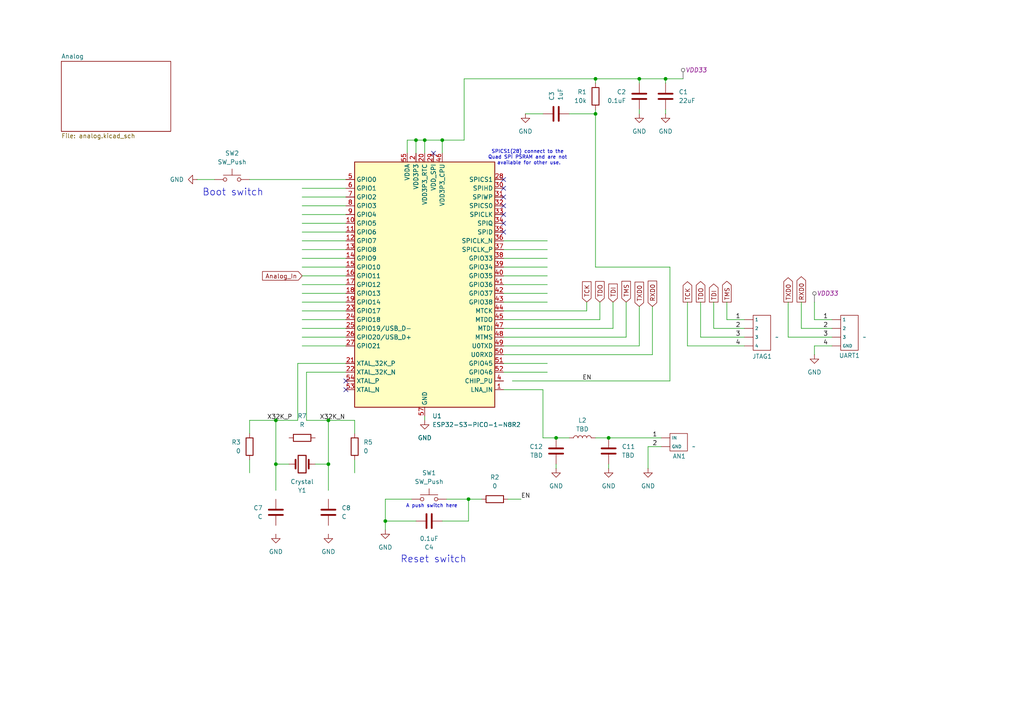
<source format=kicad_sch>
(kicad_sch (version 20231120) (generator "eeschema") (generator_version "8.0")
  (paper "A4")
  (title_block (title "Wireless ECG") (rev "0.2.0"))
  (lib_symbols
    (symbol "Device:C" (pin_numbers hide) (pin_names (offset 0.254))
      (property "Reference" "C" (at 0.635 2.54 0))
      (property "Value" "C" (at 0.635 -2.54 0))
      (symbol "C_0_1"
        (polyline (pts (xy -2.032 -0.762) (xy 2.032 -0.762)) (stroke (width 0.508)))
        (polyline (pts (xy -2.032 0.762) (xy 2.032 0.762)) (stroke (width 0.508)))
      )
      (symbol "C_1_1"
        (pin passive line (at 0 3.81 270) (length 2.794) (name "~") (number "1"))
        (pin passive line (at 0 -3.81 90) (length 2.794) (name "~") (number "2"))
      )
    )
    (symbol "Device:Crystal" (pin_numbers hide) (pin_names (offset 1.016) hide)
      (property "Reference" "Y" (at 0 3.81 0))
      (property "Value" "Crystal" (at 0 -3.81 0))
      (symbol "Crystal_0_1"
        (rectangle (start -1.143 2.54) (end 1.143 -2.54) (stroke (width 0.3048)))
        (polyline (pts (xy -2.54 0) (xy -1.905 0)))
        (polyline (pts (xy -1.905 -1.27) (xy -1.905 1.27)) (stroke (width 0.508)))
        (polyline (pts (xy 1.905 -1.27) (xy 1.905 1.27)) (stroke (width 0.508)))
        (polyline (pts (xy 2.54 0) (xy 1.905 0)))
      )
      (symbol "Crystal_1_1"
        (pin passive line (at -3.81 0 0) (length 1.27) (name "1") (number "1"))
        (pin passive line (at 3.81 0 180) (length 1.27) (name "2") (number "2"))
      )
    )
    (symbol "Device:L" (pin_numbers hide) (pin_names (offset 1.016) hide)
      (property "Reference" "L" (at -1.27 0 90))
      (property "Value" "L" (at 1.905 0 90))
      (symbol "L_0_1"
        (arc (start 0 -2.54) (mid 0.6323 -1.905) (end 0 -1.27))
        (arc (start 0 -1.27) (mid 0.6323 -0.635) (end 0 0))
        (arc (start 0 0) (mid 0.6323 0.635) (end 0 1.27))
        (arc (start 0 1.27) (mid 0.6323 1.905) (end 0 2.54))
      )
      (symbol "L_1_1"
        (pin passive line (at 0 3.81 270) (length 1.27) (name "1") (number "1"))
        (pin passive line (at 0 -3.81 90) (length 1.27) (name "2") (number "2"))
      )
    )
    (symbol "Device:R" (pin_numbers hide) (pin_names (offset 0))
      (property "Reference" "R" (at 2.032 0 90))
      (property "Value" "R" (at 0 0 90))
      (symbol "R_0_1"
        (rectangle (start -1.016 -2.54) (end 1.016 2.54) (stroke (width 0.254)))
      )
      (symbol "R_1_1"
        (pin passive line (at 0 3.81 270) (length 1.27) (name "~") (number "1"))
        (pin passive line (at 0 -3.81 90) (length 1.27) (name "~") (number "2"))
      )
    )
    (symbol "Switch:SW_Push" (pin_numbers hide) (pin_names (offset 1.016) hide)
      (property "Reference" "SW" (at 1.27 2.54 0))
      (property "Value" "SW_Push" (at 0 -1.524 0))
      (symbol "SW_Push_0_1"
        (circle (center -2.032 0) (radius 0.508))
        (polyline (pts (xy 0 1.27) (xy 0 3.048)))
        (polyline (pts (xy 2.54 1.27) (xy -2.54 1.27)))
        (circle (center 2.032 0) (radius 0.508))
        (pin passive line (at -5.08 0 0) (length 2.54) (name "1") (number "1"))
        (pin passive line (at 5.08 0 180) (length 2.54) (name "2") (number "2"))
      )
    )
    (symbol "antenna_ecg:Antenna_Blackbox"
      (property "Reference" "AN" (at 0 -4.064 0))
      (symbol "Antenna_Blackbox_1_1"
        (rectangle (start -2.54 2.54) (end 2.54 -2.54))
        (pin bidirectional line (at -5.08 -1.27 0) (length 2.54) (name "GND") (number ""))
        (pin input line (at -5.08 1.27 0) (length 2.54) (name "IN") (number ""))
      )
    )
    (symbol "esp32-s3-pico-1:ESP32-S3-PICO-1-N8R2"
      (property "Reference" "U" (at 10.16 -38.1 0))
      (property "Value" "ESP32-S3-PICO-1-N8R2" (at 13.97 -40.64 0))
      (symbol "ESP32-S3-PICO-1-N8R2_0_1"
        (rectangle (start -20.32 35.56) (end 20.32 -35.56) (stroke (width 0.254)) (fill (type background)))
      )
      (symbol "ESP32-S3-PICO-1-N8R2_1_0"
        (pin bidirectional line (at 22.86 12.7 180) (length 2.54) (name "SPICLK_N") (number "36"))
        (pin bidirectional line (at 22.86 -10.16 180) (length 2.54) (name "MTDO") (number "45"))
        (pin bidirectional line (at 22.86 -22.86 180) (length 2.54) (name "GPIO45") (number "51"))
        (pin passive line (at -5.08 38.1 270) (length 2.54) hide (name "VDDA") (number "56"))
      )
      (symbol "ESP32-S3-PICO-1-N8R2_1_1"
        (pin bidirectional line (at 22.86 -30.48 180) (length 2.54) (name "LNA_IN") (number "1"))
        (pin bidirectional line (at -22.86 17.78 0) (length 2.54) (name "GPIO5") (number "10"))
        (pin bidirectional line (at -22.86 15.24 0) (length 2.54) (name "GPIO6") (number "11"))
        (pin bidirectional line (at -22.86 12.7 0) (length 2.54) (name "GPIO7") (number "12"))
        (pin bidirectional line (at -22.86 10.16 0) (length 2.54) (name "GPIO8") (number "13"))
        (pin bidirectional line (at -22.86 7.62 0) (length 2.54) (name "GPIO9") (number "14"))
        (pin bidirectional line (at -22.86 5.08 0) (length 2.54) (name "GPIO10") (number "15"))
        (pin bidirectional line (at -22.86 2.54 0) (length 2.54) (name "GPIO11") (number "16"))
        (pin bidirectional line (at -22.86 0 0) (length 2.54) (name "GPIO12") (number "17"))
        (pin bidirectional line (at -22.86 -2.54 0) (length 2.54) (name "GPIO13") (number "18"))
        (pin bidirectional line (at -22.86 -5.08 0) (length 2.54) (name "GPIO14") (number "19"))
        (pin power_in line (at -2.54 38.1 270) (length 2.54) (name "VDD3P3") (number "2"))
        (pin power_in line (at 0 38.1 270) (length 2.54) (name "VDD3P3_RTC") (number "20"))
        (pin passive line (at -22.86 -22.86 0) (length 2.54) (name "XTAL_32K_P") (number "21"))
        (pin passive line (at -22.86 -25.4 0) (length 2.54) (name "XTAL_32K_N") (number "22"))
        (pin bidirectional line (at -22.86 -7.62 0) (length 2.54) (name "GPIO17") (number "23"))
        (pin bidirectional line (at -22.86 -10.16 0) (length 2.54) (name "GPIO18") (number "24"))
        (pin bidirectional line (at -22.86 -12.7 0) (length 2.54) (name "GPIO19/USB_D-") (number "25"))
        (pin bidirectional line (at -22.86 -15.24 0) (length 2.54) (name "GPIO20/USB_D+") (number "26"))
        (pin bidirectional line (at -22.86 -17.78 0) (length 2.54) (name "GPIO21") (number "27"))
        (pin bidirectional line (at 22.86 30.48 180) (length 2.54) (name "SPICS1") (number "28"))
        (pin power_in line (at 2.54 38.1 270) (length 2.54) (name "VDD_SPI") (number "29"))
        (pin passive line (at -2.54 38.1 270) (length 2.54) hide (name "VDD3P3") (number "3"))
        (pin bidirectional line (at 22.86 27.94 180) (length 2.54) (name "SPIHD") (number "30"))
        (pin bidirectional line (at 22.86 25.4 180) (length 2.54) (name "SPIWP") (number "31"))
        (pin bidirectional line (at 22.86 22.86 180) (length 2.54) (name "SPICS0") (number "32"))
        (pin bidirectional line (at 22.86 20.32 180) (length 2.54) (name "SPICLK") (number "33"))
        (pin bidirectional line (at 22.86 17.78 180) (length 2.54) (name "SPIQ") (number "34"))
        (pin bidirectional line (at 22.86 15.24 180) (length 2.54) (name "SPID") (number "35"))
        (pin bidirectional line (at 22.86 10.16 180) (length 2.54) (name "SPICLK_P") (number "37"))
        (pin bidirectional line (at 22.86 7.62 180) (length 2.54) (name "GPIO33") (number "38"))
        (pin bidirectional line (at 22.86 5.08 180) (length 2.54) (name "GPIO34") (number "39"))
        (pin input line (at 22.86 -27.94 180) (length 2.54) (name "CHIP_PU") (number "4"))
        (pin bidirectional line (at 22.86 2.54 180) (length 2.54) (name "GPIO35") (number "40"))
        (pin bidirectional line (at 22.86 0 180) (length 2.54) (name "GPIO36") (number "41"))
        (pin bidirectional line (at 22.86 -2.54 180) (length 2.54) (name "GPIO37") (number "42"))
        (pin bidirectional line (at 22.86 -5.08 180) (length 2.54) (name "GPIO38") (number "43"))
        (pin bidirectional line (at 22.86 -7.62 180) (length 2.54) (name "MTCK") (number "44"))
        (pin power_in line (at 5.08 38.1 270) (length 2.54) (name "VDD3P3_CPU") (number "46"))
        (pin bidirectional line (at 22.86 -12.7 180) (length 2.54) (name "MTDI") (number "47"))
        (pin bidirectional line (at 22.86 -15.24 180) (length 2.54) (name "MTMS") (number "48"))
        (pin bidirectional line (at 22.86 -17.78 180) (length 2.54) (name "U0TXD") (number "49"))
        (pin bidirectional line (at -22.86 30.48 0) (length 2.54) (name "GPIO0") (number "5"))
        (pin bidirectional line (at 22.86 -20.32 180) (length 2.54) (name "U0RXD") (number "50"))
        (pin bidirectional line (at 22.86 -25.4 180) (length 2.54) (name "GPIO46") (number "52"))
        (pin output line (at -22.86 -30.48 0) (length 2.54) (name "XTAL_N") (number "53"))
        (pin input line (at -22.86 -27.94 0) (length 2.54) (name "XTAL_P") (number "54"))
        (pin power_in line (at -5.08 38.1 270) (length 2.54) (name "VDDA") (number "55"))
        (pin power_in line (at 0 -38.1 90) (length 2.54) (name "GND") (number "57"))
        (pin bidirectional line (at -22.86 27.94 0) (length 2.54) (name "GPIO1") (number "6"))
        (pin bidirectional line (at -22.86 25.4 0) (length 2.54) (name "GPIO2") (number "7"))
        (pin bidirectional line (at -22.86 22.86 0) (length 2.54) (name "GPIO3") (number "8"))
        (pin bidirectional line (at -22.86 20.32 0) (length 2.54) (name "GPIO4") (number "9"))
      )
    )
    (symbol "jtag:JTAG_Blackbox"
      (property "Reference" "JTAG" (at 0 -6.604 0))
      (symbol "JTAG_Blackbox_1_1"
        (rectangle (start -2.54 5.08) (end 2.54 -5.08))
        (pin bidirectional line (at -5.08 3.81 0) (length 2.54) (name "1") (number ""))
        (pin bidirectional line (at -5.08 1.27 0) (length 2.54) (name "2") (number ""))
        (pin bidirectional line (at -5.08 -1.27 0) (length 2.54) (name "3") (number ""))
        (pin bidirectional line (at -5.08 -3.81 0) (length 2.54) (name "4") (number ""))
      )
    )
    (symbol "power:GND" (power) (pin_numbers hide) (pin_names (offset 0) hide)
      (property "Value" "GND" (at 0 -3.81 0))
      (symbol "GND_0_1"
        (polyline (pts (xy 0 0) (xy 0 -1.27) (xy 1.27 -1.27) (xy 0 -2.54) (xy -1.27 -1.27) (xy 0 -1.27)))
      )
      (symbol "GND_1_1"
        (pin power_in line (at 0 0 270) (length 0) (name "~") (number "1"))
      )
    )
    (symbol "uart:UART_Blackbox"
      (property "Reference" "UART" (at 0 -6.35 0))
      (symbol "UART_Blackbox_1_1"
        (rectangle (start -2.54 5.08) (end 2.54 -5.08))
        (pin bidirectional line (at -5.08 3.81 0) (length 2.54) (name "1") (number ""))
        (pin bidirectional line (at -5.08 1.27 0) (length 2.54) (name "2") (number ""))
        (pin bidirectional line (at -5.08 -1.27 0) (length 2.54) (name "3") (number ""))
        (pin bidirectional line (at -5.08 -3.81 0) (length 2.54) (name "GND") (number ""))
      )
    )
  )
  (junction (at 172.72 22.86))
  (junction (at 120.65 40.64))
  (junction (at 193.04 22.86))
  (junction (at 123.19 40.64))
  (junction (at 80.01 121.92))
  (junction (at 95.25 134.62))
  (junction (at 111.76 151.13))
  (junction (at 172.72 33.02))
  (junction (at 161.29 127))
  (junction (at 185.42 22.86))
  (junction (at 128.27 40.64))
  (junction (at 176.53 127))
  (junction (at 95.25 121.92))
  (junction (at 135.89 144.78))
  (junction (at 80.01 134.62))
  (no_connect (at 146.05 54.61))
  (no_connect (at 146.05 59.69))
  (no_connect (at 100.33 113.03))
  (no_connect (at 146.05 62.23))
  (no_connect (at 146.05 67.31))
  (no_connect (at 100.33 110.49))
  (no_connect (at 146.05 57.15))
  (no_connect (at 146.05 52.07))
  (no_connect (at 125.73 44.45))
  (no_connect (at 146.05 64.77))
  (wire (pts (xy 146.05 90.17) (xy 170.18 90.17)))
  (wire (pts (xy 123.19 121.92) (xy 123.19 120.65)))
  (wire (pts (xy 80.01 134.62) (xy 80.01 142.24)))
  (wire (pts (xy 80.01 121.92) (xy 80.01 134.62)))
  (wire (pts (xy 87.63 72.39) (xy 100.33 72.39)))
  (wire (pts (xy 87.63 80.01) (xy 100.33 80.01)))
  (wire (pts (xy 236.22 100.33) (xy 241.3 100.33)))
  (wire (pts (xy 80.01 134.62) (xy 83.82 134.62)))
  (wire (pts (xy 146.05 100.33) (xy 185.42 100.33)))
  (wire (pts (xy 111.76 144.78) (xy 119.38 144.78)))
  (wire (pts (xy 193.04 22.86) (xy 198.12 22.86)))
  (wire (pts (xy 241.3 92.71) (xy 236.22 92.71)))
  (wire (pts (xy 146.05 69.85) (xy 158.75 69.85)))
  (wire (pts (xy 170.18 87.63) (xy 170.18 90.17)))
  (wire (pts (xy 207.01 95.25) (xy 215.9 95.25)))
  (wire (pts (xy 87.63 59.69) (xy 100.33 59.69)))
  (wire (pts (xy 193.04 24.13) (xy 193.04 22.86)))
  (wire (pts (xy 134.62 22.86) (xy 134.62 40.64)))
  (wire (pts (xy 72.39 133.35) (xy 72.39 137.16)))
  (wire (pts (xy 172.72 24.13) (xy 172.72 22.86)))
  (wire (pts (xy 146.05 80.01) (xy 158.75 80.01)))
  (wire (pts (xy 111.76 144.78) (xy 111.76 151.13)))
  (wire (pts (xy 135.89 144.78) (xy 139.7 144.78)))
  (wire (pts (xy 199.39 100.33) (xy 199.39 87.63)))
  (wire (pts (xy 207.01 87.63) (xy 207.01 95.25)))
  (wire (pts (xy 181.61 87.63) (xy 181.61 97.79)))
  (wire (pts (xy 86.36 105.41) (xy 86.36 121.92)))
  (wire (pts (xy 146.05 85.09) (xy 158.75 85.09)))
  (wire (pts (xy 187.96 129.54) (xy 191.77 129.54)))
  (wire (pts (xy 120.65 40.64) (xy 120.65 44.45)))
  (wire (pts (xy 134.62 40.64) (xy 128.27 40.64)))
  (wire (pts (xy 135.89 151.13) (xy 135.89 144.78)))
  (wire (pts (xy 215.9 97.79) (xy 203.2 97.79)))
  (wire (pts (xy 232.41 95.25) (xy 241.3 95.25)))
  (wire (pts (xy 161.29 127) (xy 165.1 127)))
  (wire (pts (xy 87.63 87.63) (xy 100.33 87.63)))
  (wire (pts (xy 91.44 134.62) (xy 95.25 134.62)))
  (wire (pts (xy 146.05 74.93) (xy 158.75 74.93)))
  (wire (pts (xy 87.63 64.77) (xy 100.33 64.77)))
  (wire (pts (xy 172.72 127) (xy 176.53 127)))
  (wire (pts (xy 185.42 22.86) (xy 185.42 24.13)))
  (wire (pts (xy 88.9 121.92) (xy 95.25 121.92)))
  (wire (pts (xy 157.48 127) (xy 161.29 127)))
  (wire (pts (xy 72.39 52.07) (xy 100.33 52.07)))
  (wire (pts (xy 146.05 92.71) (xy 173.99 92.71)))
  (wire (pts (xy 87.63 82.55) (xy 100.33 82.55)))
  (wire (pts (xy 161.29 135.89) (xy 161.29 134.62)))
  (wire (pts (xy 87.63 90.17) (xy 100.33 90.17)))
  (wire (pts (xy 146.05 95.25) (xy 177.8 95.25)))
  (wire (pts (xy 215.9 92.71) (xy 210.82 92.71)))
  (wire (pts (xy 165.1 33.02) (xy 172.72 33.02)))
  (wire (pts (xy 210.82 87.63) (xy 210.82 92.71)))
  (wire (pts (xy 95.25 121.92) (xy 95.25 134.62)))
  (wire (pts (xy 87.63 54.61) (xy 100.33 54.61)))
  (wire (pts (xy 87.63 67.31) (xy 100.33 67.31)))
  (wire (pts (xy 118.11 40.64) (xy 120.65 40.64)))
  (wire (pts (xy 95.25 142.24) (xy 95.25 134.62)))
  (wire (pts (xy 228.6 87.63) (xy 228.6 97.79)))
  (wire (pts (xy 185.42 100.33) (xy 185.42 88.9)))
  (wire (pts (xy 236.22 100.33) (xy 236.22 102.87)))
  (wire (pts (xy 146.05 82.55) (xy 158.75 82.55)))
  (wire (pts (xy 128.27 151.13) (xy 135.89 151.13)))
  (wire (pts (xy 129.54 144.78) (xy 135.89 144.78)))
  (wire (pts (xy 203.2 87.63) (xy 203.2 97.79)))
  (wire (pts (xy 80.01 121.92) (xy 86.36 121.92)))
  (wire (pts (xy 236.22 87.63) (xy 236.22 92.71)))
  (wire (pts (xy 176.53 127) (xy 191.77 127)))
  (wire (pts (xy 152.4 33.02) (xy 157.48 33.02)))
  (wire (pts (xy 134.62 22.86) (xy 172.72 22.86)))
  (wire (pts (xy 87.63 100.33) (xy 100.33 100.33)))
  (wire (pts (xy 199.39 100.33) (xy 215.9 100.33)))
  (wire (pts (xy 102.87 133.35) (xy 102.87 137.16)))
  (wire (pts (xy 172.72 33.02) (xy 172.72 77.47)))
  (wire (pts (xy 146.05 87.63) (xy 158.75 87.63)))
  (wire (pts (xy 173.99 87.63) (xy 173.99 92.71)))
  (wire (pts (xy 241.3 97.79) (xy 228.6 97.79)))
  (wire (pts (xy 172.72 77.47) (xy 194.31 77.47)))
  (wire (pts (xy 87.63 97.79) (xy 100.33 97.79)))
  (wire (pts (xy 185.42 22.86) (xy 193.04 22.86)))
  (wire (pts (xy 128.27 40.64) (xy 128.27 44.45)))
  (wire (pts (xy 232.41 87.63) (xy 232.41 95.25)))
  (wire (pts (xy 87.63 62.23) (xy 100.33 62.23)))
  (wire (pts (xy 118.11 44.45) (xy 118.11 40.64)))
  (wire (pts (xy 111.76 151.13) (xy 111.76 153.67)))
  (wire (pts (xy 146.05 105.41) (xy 158.75 105.41)))
  (wire (pts (xy 146.05 77.47) (xy 158.75 77.47)))
  (wire (pts (xy 157.48 113.03) (xy 157.48 127)))
  (wire (pts (xy 72.39 121.92) (xy 72.39 125.73)))
  (wire (pts (xy 189.23 102.87) (xy 189.23 88.9)))
  (wire (pts (xy 147.32 144.78) (xy 151.13 144.78)))
  (wire (pts (xy 172.72 22.86) (xy 185.42 22.86)))
  (wire (pts (xy 87.63 95.25) (xy 100.33 95.25)))
  (wire (pts (xy 72.39 121.92) (xy 80.01 121.92)))
  (wire (pts (xy 102.87 121.92) (xy 102.87 125.73)))
  (wire (pts (xy 185.42 31.75) (xy 185.42 33.02)))
  (wire (pts (xy 87.63 92.71) (xy 100.33 92.71)))
  (wire (pts (xy 123.19 40.64) (xy 128.27 40.64)))
  (wire (pts (xy 88.9 121.92) (xy 88.9 107.95)))
  (wire (pts (xy 187.96 129.54) (xy 187.96 135.89)))
  (wire (pts (xy 57.15 52.07) (xy 62.23 52.07)))
  (wire (pts (xy 87.63 77.47) (xy 100.33 77.47)))
  (wire (pts (xy 193.04 31.75) (xy 193.04 33.02)))
  (wire (pts (xy 87.63 74.93) (xy 100.33 74.93)))
  (wire (pts (xy 172.72 31.75) (xy 172.72 33.02)))
  (wire (pts (xy 100.33 105.41) (xy 86.36 105.41)))
  (wire (pts (xy 146.05 97.79) (xy 181.61 97.79)))
  (wire (pts (xy 87.63 57.15) (xy 100.33 57.15)))
  (wire (pts (xy 176.53 135.89) (xy 176.53 134.62)))
  (wire (pts (xy 88.9 107.95) (xy 100.33 107.95)))
  (wire (pts (xy 95.25 121.92) (xy 102.87 121.92)))
  (wire (pts (xy 148.59 110.49) (xy 194.31 110.49)))
  (wire (pts (xy 146.05 107.95) (xy 158.75 107.95)))
  (wire (pts (xy 87.63 85.09) (xy 100.33 85.09)))
  (wire (pts (xy 87.63 69.85) (xy 100.33 69.85)))
  (wire (pts (xy 157.48 113.03) (xy 146.05 113.03)))
  (wire (pts (xy 111.76 151.13) (xy 120.65 151.13)))
  (wire (pts (xy 194.31 77.47) (xy 194.31 110.49)))
  (wire (pts (xy 177.8 87.63) (xy 177.8 95.25)))
  (wire (pts (xy 146.05 102.87) (xy 189.23 102.87)))
  (wire (pts (xy 146.05 72.39) (xy 158.75 72.39)))
  (wire (pts (xy 123.19 40.64) (xy 123.19 44.45)))
  (wire (pts (xy 120.65 40.64) (xy 123.19 40.64)))
  (text "Reset switch" (at 125.73 162.306 0) (effects (font (size 2 2))))
  (text "Boot switch" (at 67.564 55.88 0) (effects (font (size 2 2))))
  (text "SPICS1(28) connect to the \nQuad SPI PSRAM and are not \navailable for other use." (at 153.416 45.72 0) (effects (font (size 1.016 1.016))))
  (text "A push switch here\n" (at 125.222 146.812 0) (effects (font (size 1.016 1.016))))
  (label "1" (at 213.36 92.71 0))
  (label "3" (at 238.76 97.79 0))
  (label "X32K_P" (at 77.47 121.92 0))
  (label "4" (at 213.36 100.33 0))
  (label "4" (at 238.76 100.33 0))
  (label "1" (at 189.23 127 0))
  (label "EN" (at 151.13 144.78 0))
  (label "1" (at 238.76 92.71 0))
  (label "3" (at 213.36 97.79 0))
  (label "2" (at 189.23 129.54 0))
  (label "EN" (at 168.91 110.49 0))
  (label "X32K_N" (at 92.71 121.92 0))
  (label "2" (at 238.76 95.25 0))
  (label "2" (at 213.36 95.25 0))
  (global_label "TDO" (shape output) (at 203.2 87.63 90) (property "Intersheetrefs" "${INTERSHEET_REFS}" (effects (hide yes))))
  (global_label "TDO" (shape input) (at 173.99 87.63 90) (property "Intersheetrefs" "${INTERSHEET_REFS}" (effects (hide yes))))
  (global_label "TMS" (shape output) (at 210.82 87.63 90) (property "Intersheetrefs" "${INTERSHEET_REFS}" (effects (hide yes))))
  (global_label "TMS" (shape input) (at 181.61 87.63 90) (property "Intersheetrefs" "${INTERSHEET_REFS}" (effects (hide yes))))
  (global_label "TXD0" (shape output) (at 228.6 87.63 90) (property "Intersheetrefs" "${INTERSHEET_REFS}" (effects (hide yes))))
  (global_label "TDI" (shape output) (at 207.01 87.63 90) (property "Intersheetrefs" "${INTERSHEET_REFS}" (effects (hide yes))))
  (global_label "RXD0" (shape output) (at 232.41 87.63 90) (property "Intersheetrefs" "${INTERSHEET_REFS}" (effects (hide yes))))
  (global_label "TDI" (shape input) (at 177.8 87.63 90) (property "Intersheetrefs" "${INTERSHEET_REFS}" (effects (hide yes))))
  (global_label "Analog_In" (shape input) (at 87.63 80.01 180) (property "Intersheetrefs" "${INTERSHEET_REFS}" (effects (hide yes))))
  (global_label "RXD0" (shape input) (at 189.23 88.9 90) (property "Intersheetrefs" "${INTERSHEET_REFS}" (effects (hide yes))))
  (global_label "TCK" (shape output) (at 199.39 87.63 90) (property "Intersheetrefs" "${INTERSHEET_REFS}" (effects (hide yes))))
  (global_label "TXD0" (shape input) (at 185.42 88.9 90) (property "Intersheetrefs" "${INTERSHEET_REFS}" (effects (hide yes))))
  (global_label "TCK" (shape input) (at 170.18 87.63 90) (property "Intersheetrefs" "${INTERSHEET_REFS}" (effects (hide yes))))
  (netclass_flag "" (length 2.54) (shape round) (at 236.22 87.63 0) (property "Netclass" "VDD33" (at 236.9185 85.09 0) (effects (font (italic yes)) (justify left))))
  (netclass_flag "" (length 2.54) (shape round) (at 198.12 22.86 0) (property "Netclass" "VDD33" (at 198.8185 20.32 0) (effects (font (italic yes)) (justify left))))
  (symbol (lib_id "power:GND") (at 123.19 121.92 0) (unit 1)
    (property "Reference" "#PWR01" (effects (hide yes)))
    (property "Value" "GND" (at 123.19 127 0))
    (property "Description" "Power symbol creates a global label with name \"GND\" , ground" (effects (hide yes)))
  )
  (symbol (lib_id "Device:R") (at 143.51 144.78 90) (unit 1)
    (property "Reference" "R2" (at 143.51 138.43 90))
    (property "Value" "0" (at 143.51 140.97 90))
    (property "Footprint" "Resistor_SMD:R_0201_0603Metric" (effects (hide yes)))
    (property "Description" "Resistor" (effects (hide yes)))
  )
  (symbol (lib_id "power:GND") (at 236.22 102.87 0) (unit 1)
    (property "Reference" "#PWR02" (effects (hide yes)))
    (property "Value" "GND" (at 236.22 107.95 0))
    (property "Description" "Power symbol creates a global label with name \"GND\" , ground" (effects (hide yes)))
  )
  (symbol (lib_id "Device:C") (at 193.04 27.94 180) (unit 1)
    (property "Reference" "C1" (at 196.85 26.6699 0) (effects (justify right)))
    (property "Value" "22uF" (at 196.85 29.2099 0) (effects (justify right)))
    (property "Footprint" "Capacitor_SMD:C_0201_0603Metric" (effects (hide yes)))
    (property "Description" "Unpolarized capacitor" (effects (hide yes)))
  )
  (symbol (lib_id "antenna_ecg:Antenna_Blackbox") (at 196.85 128.27 0) (unit 1)
    (property "Reference" "AN1" (at 195.072 132.334 0) (effects (justify left)))
    (property "Value" "~" (at 200.66 129.54 0) (effects (justify left)))
  )
  (symbol (lib_id "Switch:SW_Push") (at 67.31 52.07 0) (unit 1)
    (property "Reference" "SW2" (at 67.31 44.45 0))
    (property "Value" "SW_Push" (at 67.31 46.99 0))
    (property "Description" "Push button switch, generic, two pins" (effects (hide yes)))
  )
  (symbol (lib_id "power:GND") (at 111.76 153.67 0) (unit 1)
    (property "Reference" "#PWR011" (effects (hide yes)))
    (property "Value" "GND" (at 111.76 158.75 0))
    (property "Description" "Power symbol creates a global label with name \"GND\" , ground" (effects (hide yes)))
  )
  (symbol (lib_id "Device:R") (at 72.39 129.54 0) (mirror y) (unit 1)
    (property "Reference" "R3" (at 69.85 128.2699 0) (effects (justify left)))
    (property "Value" "0" (at 69.85 130.8099 0) (effects (justify left)))
    (property "Footprint" "Resistor_SMD:R_0201_0603Metric" (effects (hide yes)))
    (property "Description" "Resistor" (effects (hide yes)))
  )
  (symbol (lib_id "uart:UART_Blackbox") (at 246.38 96.52 0) (unit 1)
    (property "Reference" "UART1" (at 243.332 103.124 0) (effects (justify left)))
    (property "Value" "~" (at 250.19 97.79 0) (effects (justify left)))
  )
  (symbol (lib_id "Switch:SW_Push") (at 124.46 144.78 0) (unit 1)
    (property "Reference" "SW1" (at 124.46 137.16 0))
    (property "Value" "SW_Push" (at 124.46 139.7 0))
    (property "Description" "Push button switch, generic, two pins" (effects (hide yes)))
  )
  (symbol (lib_id "Device:R") (at 87.63 127 90) (unit 1)
    (property "Reference" "R7" (at 87.63 120.65 90))
    (property "Value" "R" (at 87.63 123.19 90))
    (property "Footprint" "Resistor_SMD:R_0201_0603Metric" (effects (hide yes)))
    (property "Description" "Resistor" (effects (hide yes)))
  )
  (symbol (lib_id "Device:C") (at 124.46 151.13 90) (unit 1)
    (property "Reference" "C4" (at 124.46 158.75 90))
    (property "Value" "0.1uF" (at 124.46 156.21 90))
    (property "Footprint" "Capacitor_SMD:C_0201_0603Metric" (effects (hide yes)))
    (property "Description" "Unpolarized capacitor" (effects (hide yes)))
  )
  (symbol (lib_id "power:GND") (at 80.01 154.94 0) (unit 1)
    (property "Reference" "#PWR07" (effects (hide yes)))
    (property "Value" "GND" (at 80.01 160.02 0))
    (property "Description" "Power symbol creates a global label with name \"GND\" , ground" (effects (hide yes)))
  )
  (symbol (lib_id "Device:L") (at 168.91 127 90) (unit 1)
    (property "Reference" "L2" (at 168.91 121.92 90))
    (property "Value" "TBD" (at 168.91 124.46 90))
    (property "Description" "Inductor" (effects (hide yes)))
  )
  (symbol (lib_id "Device:R") (at 102.87 129.54 0) (unit 1)
    (property "Reference" "R5" (at 105.41 128.2699 0) (effects (justify left)))
    (property "Value" "0" (at 105.41 130.8099 0) (effects (justify left)))
    (property "Footprint" "Resistor_SMD:R_0201_0603Metric" (effects (hide yes)))
    (property "Description" "Resistor" (effects (hide yes)))
  )
  (symbol (lib_id "Device:C") (at 185.42 27.94 0) (mirror x) (unit 1)
    (property "Reference" "C2" (at 181.61 26.6699 0) (effects (justify right)))
    (property "Value" "0.1uF" (at 181.61 29.2099 0) (effects (justify right)))
    (property "Footprint" "Capacitor_SMD:C_0201_0603Metric" (effects (hide yes)))
    (property "Description" "Unpolarized capacitor" (effects (hide yes)))
  )
  (symbol (lib_id "power:GND") (at 152.4 33.02 0) (mirror y) (unit 1)
    (property "Reference" "#PWR010" (effects (hide yes)))
    (property "Value" "GND" (at 152.4 38.1 0))
    (property "Description" "Power symbol creates a global label with name \"GND\" , ground" (effects (hide yes)))
  )
  (symbol (lib_id "Device:C") (at 161.29 130.81 0) (mirror y) (unit 1)
    (property "Reference" "C12" (at 157.48 129.5399 0) (effects (justify left)))
    (property "Value" "TBD" (at 157.48 132.0799 0) (effects (justify left)))
    (property "Footprint" "Capacitor_SMD:C_0201_0603Metric" (effects (hide yes)))
    (property "Description" "Unpolarized capacitor" (effects (hide yes)))
  )
  (symbol (lib_id "Device:C") (at 176.53 130.81 0) (unit 1)
    (property "Reference" "C11" (at 180.34 129.5399 0) (effects (justify left)))
    (property "Value" "TBD" (at 180.34 132.0799 0) (effects (justify left)))
    (property "Footprint" "Capacitor_SMD:C_0201_0603Metric" (effects (hide yes)))
    (property "Description" "Unpolarized capacitor" (effects (hide yes)))
  )
  (symbol (lib_id "jtag:JTAG_Blackbox") (at 220.98 96.52 0) (unit 1)
    (property "Reference" "JTAG1" (at 218.186 103.378 0) (effects (justify left)))
    (property "Value" "~" (at 224.79 97.79 0) (effects (justify left)))
  )
  (symbol (lib_id "Device:R") (at 172.72 27.94 0) (mirror y) (unit 1)
    (property "Reference" "R1" (at 170.18 26.6699 0) (effects (justify left)))
    (property "Value" "10k" (at 170.18 29.2099 0) (effects (justify left)))
    (property "Footprint" "Resistor_SMD:R_0201_0603Metric" (effects (hide yes)))
    (property "Description" "Resistor" (effects (hide yes)))
  )
  (symbol (lib_id "Device:Crystal") (at 87.63 134.62 0) (unit 1)
    (property "Reference" "Y1" (at 87.63 142.24 0))
    (property "Value" "Crystal" (at 87.63 139.7 0))
    (property "Description" "Two pin crystal" (effects (hide yes)))
  )
  (symbol (lib_id "power:GND") (at 161.29 135.89 0) (unit 1)
    (property "Reference" "#PWR014" (effects (hide yes)))
    (property "Value" "GND" (at 161.29 140.97 0))
    (property "Description" "Power symbol creates a global label with name \"GND\" , ground" (effects (hide yes)))
  )
  (symbol (lib_id "power:GND") (at 193.04 33.02 0) (unit 1)
    (property "Reference" "#PWR08" (effects (hide yes)))
    (property "Value" "GND" (at 193.04 38.1 0))
    (property "Description" "Power symbol creates a global label with name \"GND\" , ground" (effects (hide yes)))
  )
  (symbol (lib_id "power:GND") (at 95.25 154.94 0) (unit 1)
    (property "Reference" "#PWR06" (effects (hide yes)))
    (property "Value" "GND" (at 95.25 160.02 0))
    (property "Description" "Power symbol creates a global label with name \"GND\" , ground" (effects (hide yes)))
  )
  (symbol (lib_id "power:GND") (at 185.42 33.02 0) (mirror y) (unit 1)
    (property "Reference" "#PWR09" (effects (hide yes)))
    (property "Value" "GND" (at 185.42 38.1 0))
    (property "Description" "Power symbol creates a global label with name \"GND\" , ground" (effects (hide yes)))
  )
  (symbol (lib_id "esp32-s3-pico-1:ESP32-S3-PICO-1-N8R2") (at 123.19 82.55 0) (unit 1)
    (property "Reference" "U1" (at 125.3841 120.65 0) (effects (justify left)))
    (property "Value" "ESP32-S3-PICO-1-N8R2" (at 125.3841 123.19 0) (effects (justify left)))
    (property "Footprint" "Package_DFN_QFN:QFN-56-1EP_7x7mm_P0.4mm_EP4x4mm" (effects (hide yes)))
    (property "Datasheet" "https://www.espressif.com/sites/default/files/documentation/esp32-s3-pico-1_datasheet_en.pdf" (effects (hide yes)))
    (property "Description" "Microcontroller, Wi-Fi 802.11b/g/n, Bluetooth, 32bit" (effects (hide yes)))
  )
  (symbol (lib_id "Device:C") (at 95.25 148.59 0) (unit 1)
    (property "Reference" "C8" (at 99.06 147.3199 0) (effects (justify left)))
    (property "Value" "C" (at 99.06 149.8599 0) (effects (justify left)))
    (property "Footprint" "Capacitor_SMD:C_0201_0603Metric" (effects (hide yes)))
    (property "Description" "Unpolarized capacitor" (effects (hide yes)))
  )
  (symbol (lib_id "Device:C") (at 161.29 33.02 270) (unit 1)
    (property "Reference" "C3" (at 160.0199 29.21 0) (effects (justify right)))
    (property "Value" "1uF" (at 162.5599 29.21 0) (effects (justify right)))
    (property "Footprint" "Capacitor_SMD:C_0201_0603Metric" (effects (hide yes)))
    (property "Description" "Unpolarized capacitor" (effects (hide yes)))
  )
  (symbol (lib_id "power:GND") (at 187.96 135.89 0) (unit 1)
    (property "Reference" "#PWR012" (effects (hide yes)))
    (property "Value" "GND" (at 187.96 140.97 0))
    (property "Description" "Power symbol creates a global label with name \"GND\" , ground" (effects (hide yes)))
  )
  (symbol (lib_id "power:GND") (at 57.15 52.07 270) (unit 1)
    (property "Reference" "#PWR05" (effects (hide yes)))
    (property "Value" "GND" (at 53.34 52.0699 90) (effects (justify right)))
    (property "Description" "Power symbol creates a global label with name \"GND\" , ground" (effects (hide yes)))
  )
  (symbol (lib_id "Device:C") (at 80.01 148.59 0) (mirror y) (unit 1)
    (property "Reference" "C7" (at 76.2 147.3199 0) (effects (justify left)))
    (property "Value" "C" (at 76.2 149.8599 0) (effects (justify left)))
    (property "Footprint" "Capacitor_SMD:C_0201_0603Metric" (effects (hide yes)))
    (property "Description" "Unpolarized capacitor" (effects (hide yes)))
  )
  (symbol (lib_id "power:GND") (at 176.53 135.89 0) (unit 1)
    (property "Reference" "#PWR013" (effects (hide yes)))
    (property "Value" "GND" (at 176.53 140.97 0))
    (property "Description" "Power symbol creates a global label with name \"GND\" , ground" (effects (hide yes)))
  )
  (sheet (at 17.78 17.78) (size 31.75 20.32) (stroke (width 0.1524))
    (property "Sheetname" "Analog" (at 17.78 17.0684 0) (effects (justify left bottom)))
    (property "Sheetfile" "analog.kicad_sch" (at 17.78 38.6846 0) (effects (justify left top)))
  )
)
</source>
